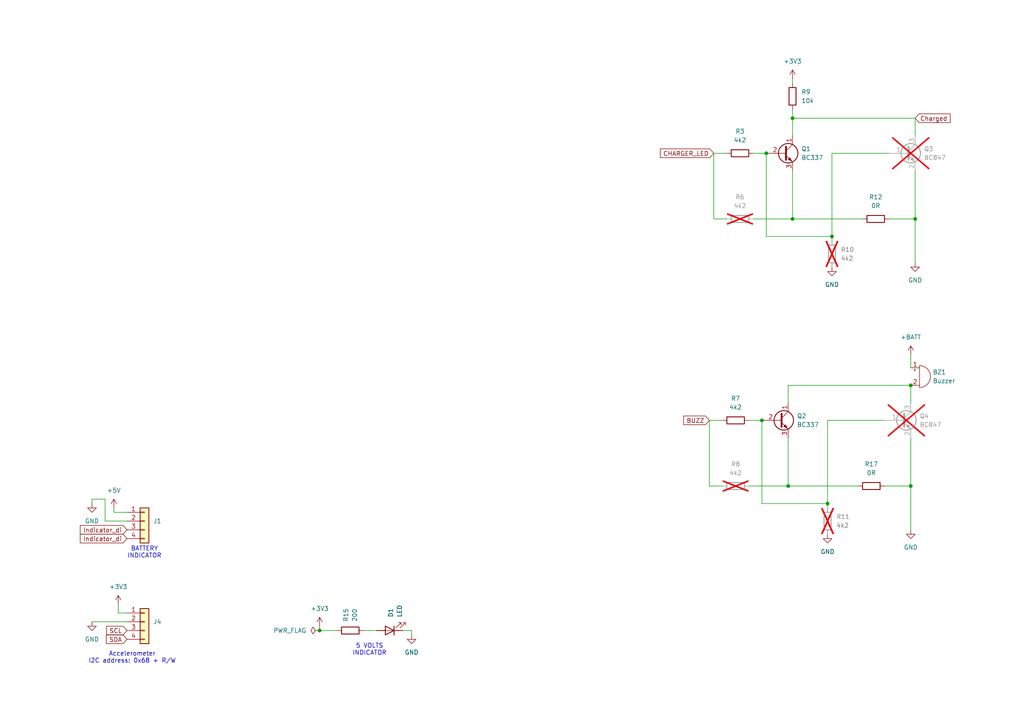
<source format=kicad_sch>
(kicad_sch (version 20241004) (generator "eeschema") (generator_version "8.99")
  (paper "A4")
  (lib_symbols
    (symbol "Connector_Generic:Conn_01x04" (pin_names (offset 1.016) (hide yes))
      (property "Reference" "J" (at 0 5.08 0))
      (property "Value" "Conn_01x04" (at 0 -7.62 0))
      (symbol "Conn_01x04_1_1"
        (rectangle (start -1.27 3.81) (end 1.27 -6.35) (stroke (width 0.254)) (fill (type background)))
        (rectangle (start -1.27 2.667) (end 0 2.413) (stroke (width 0.1524)))
        (rectangle (start -1.27 0.127) (end 0 -0.127) (stroke (width 0.1524)))
        (rectangle (start -1.27 -2.413) (end 0 -2.667) (stroke (width 0.1524)))
        (rectangle (start -1.27 -4.953) (end 0 -5.207) (stroke (width 0.1524)))
        (pin passive line (at -5.08 2.54 0) (length 3.81) (name "Pin_1") (number "1"))
        (pin passive line (at -5.08 0 0) (length 3.81) (name "Pin_2") (number "2"))
        (pin passive line (at -5.08 -2.54 0) (length 3.81) (name "Pin_3") (number "3"))
        (pin passive line (at -5.08 -5.08 0) (length 3.81) (name "Pin_4") (number "4"))
      )
    )
    (symbol "Device:Buzzer" (pin_names (offset 0.0254) (hide yes))
      (property "Reference" "BZ" (at 3.81 1.27 0))
      (property "Value" "Buzzer" (at 3.81 -1.27 0))
      (symbol "Buzzer_0_1"
        (polyline (pts (xy -1.651 1.905) (xy -1.143 1.905)))
        (polyline (pts (xy -1.397 2.159) (xy -1.397 1.651)))
        (arc (start 0 3.175) (mid 3.1612 0) (end 0 -3.175))
        (polyline (pts (xy 0 3.175) (xy 0 -3.175)))
      )
      (symbol "Buzzer_1_1"
        (pin passive line (at -2.54 2.54 0) (length 2.54) (name "-") (number "1"))
        (pin passive line (at -2.54 -2.54 0) (length 2.54) (name "+") (number "2"))
      )
    )
    (symbol "Device:LED" (pin_numbers (hide yes)) (pin_names (offset 1.016) (hide yes))
      (property "Reference" "D" (at 0 2.54 0))
      (property "Value" "LED" (at 0 -2.54 0))
      (symbol "LED_0_1"
        (polyline (pts (xy -3.048 -0.762) (xy -4.572 -2.286) (xy -3.81 -2.286) (xy -4.572 -2.286) (xy -4.572 -1.524)))
        (polyline (pts (xy -1.778 -0.762) (xy -3.302 -2.286) (xy -2.54 -2.286) (xy -3.302 -2.286) (xy -3.302 -1.524)))
        (polyline (pts (xy -1.27 0) (xy 1.27 0)))
        (polyline (pts (xy -1.27 -1.27) (xy -1.27 1.27)) (stroke (width 0.254)))
        (polyline (pts (xy 1.27 -1.27) (xy 1.27 1.27) (xy -1.27 0) (xy 1.27 -1.27)) (stroke (width 0.254)))
      )
      (symbol "LED_1_1"
        (pin passive line (at -3.81 0 0) (length 2.54) (name "K") (number "1"))
        (pin passive line (at 3.81 0 180) (length 2.54) (name "A") (number "2"))
      )
    )
    (symbol "Device:R" (pin_numbers (hide yes)) (pin_names (offset 0))
      (property "Reference" "R" (at 2.032 0 90))
      (property "Value" "R" (at 0 0 90))
      (symbol "R_0_1"
        (rectangle (start -1.016 -2.54) (end 1.016 2.54) (stroke (width 0.254)))
      )
      (symbol "R_1_1"
        (pin passive line (at 0 3.81 270) (length 1.27) (name "~") (number "1"))
        (pin passive line (at 0 -3.81 90) (length 1.27) (name "~") (number "2"))
      )
    )
    (symbol "Transistor_BJT:BC337" (pin_names (offset 0) (hide yes))
      (property "Reference" "Q" (at 5.08 1.905 0))
      (property "Value" "BC337" (at 5.08 0 0))
      (symbol "BC337_0_1"
        (polyline (pts (xy 0 0) (xy 0.635 0)))
        (polyline (pts (xy 0.635 1.905) (xy 0.635 -1.905) (xy 0.635 -1.905)) (stroke (width 0.508)))
        (polyline (pts (xy 0.635 0.635) (xy 2.54 2.54)))
        (polyline (pts (xy 0.635 -0.635) (xy 2.54 -2.54) (xy 2.54 -2.54)))
        (circle (center 1.27 0) (radius 2.8194) (stroke (width 0.254)))
        (polyline (pts (xy 1.27 -1.778) (xy 1.778 -1.27) (xy 2.286 -2.286) (xy 1.27 -1.778) (xy 1.27 -1.778)) (fill (type outline)))
      )
      (symbol "BC337_1_1"
        (pin input line (at -5.08 0 0) (length 5.08) (name "B") (number "2"))
        (pin passive line (at 2.54 5.08 270) (length 2.54) (name "C") (number "1"))
        (pin passive line (at 2.54 -5.08 90) (length 2.54) (name "E") (number "3"))
      )
    )
    (symbol "Transistor_BJT:BC847" (pin_names (offset 0) (hide yes))
      (property "Reference" "Q" (at 5.08 1.905 0))
      (property "Value" "BC847" (at 5.08 0 0))
      (symbol "BC847_0_1"
        (polyline (pts (xy 0.635 1.905) (xy 0.635 -1.905) (xy 0.635 -1.905)) (stroke (width 0.508)))
        (polyline (pts (xy 0.635 0.635) (xy 2.54 2.54)))
        (polyline (pts (xy 0.635 -0.635) (xy 2.54 -2.54) (xy 2.54 -2.54)))
        (circle (center 1.27 0) (radius 2.8194) (stroke (width 0.254)))
        (polyline (pts (xy 1.27 -1.778) (xy 1.778 -1.27) (xy 2.286 -2.286) (xy 1.27 -1.778) (xy 1.27 -1.778)) (fill (type outline)))
      )
      (symbol "BC847_1_1"
        (pin input line (at -5.08 0 0) (length 5.715) (name "B") (number "1"))
        (pin passive line (at 2.54 5.08 270) (length 2.54) (name "C") (number "3"))
        (pin passive line (at 2.54 -5.08 90) (length 2.54) (name "E") (number "2"))
      )
    )
    (symbol "power:+3V3" (power) (pin_names (offset 0))
      (property "Value" "+3V3" (at 0 3.556 0))
      (symbol "+3V3_0_1"
        (polyline (pts (xy -0.762 1.27) (xy 0 2.54)))
        (polyline (pts (xy 0 2.54) (xy 0.762 1.27)))
        (polyline (pts (xy 0 0) (xy 0 2.54)))
      )
      (symbol "+3V3_1_1"
        (pin power_in line (at 0 0 90) (length 0) (hide yes) (name "+3V3") (number "1"))
      )
    )
    (symbol "power:+5V" (power) (pin_names (offset 0))
      (property "Value" "+5V" (at 0 3.556 0))
      (symbol "+5V_0_1"
        (polyline (pts (xy -0.762 1.27) (xy 0 2.54)))
        (polyline (pts (xy 0 2.54) (xy 0.762 1.27)))
        (polyline (pts (xy 0 0) (xy 0 2.54)))
      )
      (symbol "+5V_1_1"
        (pin power_in line (at 0 0 90) (length 0) (hide yes) (name "+5V") (number "1"))
      )
    )
    (symbol "power:+BATT" (power) (pin_names (offset 0))
      (property "Value" "+BATT" (at 0 3.556 0))
      (symbol "+BATT_0_1"
        (polyline (pts (xy -0.762 1.27) (xy 0 2.54)))
        (polyline (pts (xy 0 2.54) (xy 0.762 1.27)))
        (polyline (pts (xy 0 0) (xy 0 2.54)))
      )
      (symbol "+BATT_1_1"
        (pin power_in line (at 0 0 90) (length 0) (hide yes) (name "+BATT") (number "1"))
      )
    )
    (symbol "power:GND" (power) (pin_names (offset 0))
      (property "Value" "GND" (at 0 -3.81 0))
      (symbol "GND_0_1"
        (polyline (pts (xy 0 0) (xy 0 -1.27) (xy 1.27 -1.27) (xy 0 -2.54) (xy -1.27 -1.27) (xy 0 -1.27)))
      )
      (symbol "GND_1_1"
        (pin power_in line (at 0 0 270) (length 0) (hide yes) (name "GND") (number "1"))
      )
    )
    (symbol "power:PWR_FLAG" (power) (pin_numbers (hide yes)) (pin_names (offset 0) (hide yes))
      (property "Value" "PWR_FLAG" (at 0 3.81 0))
      (symbol "PWR_FLAG_0_0"
        (pin power_out line (at 0 0 90) (length 0) (name "pwr") (number "1"))
      )
      (symbol "PWR_FLAG_0_1"
        (polyline (pts (xy 0 0) (xy 0 1.27) (xy -1.016 1.905) (xy 0 2.54) (xy 1.016 1.905) (xy 0 1.27)))
      )
    )
  )
  (text "BATTERY\nINDICATOR\n" (at 41.91 160.274 0) (effects (font (size 1.27 1.27))))
  (text "Accelerometer\nI2C address: 0x68 + R/W" (at 38.354 190.754 0) (effects (font (size 1.27 1.27))))
  (text "5 VOLTS\nINDICATOR\n" (at 107.188 188.468 0) (effects (font (size 1.27 1.27))))
  (junction (at 220.98 121.92))
  (junction (at 264.16 111.76))
  (junction (at 222.25 44.45))
  (junction (at 241.3 68.58))
  (junction (at 229.87 34.29))
  (junction (at 228.6 140.97))
  (junction (at 92.71 182.88))
  (junction (at 265.43 63.5))
  (junction (at 264.16 140.97))
  (junction (at 229.87 63.5))
  (junction (at 240.03 146.05))
  (wire (pts (xy 36.83 177.8) (xy 34.29 177.8)))
  (wire (pts (xy 257.81 63.5) (xy 265.43 63.5)))
  (wire (pts (xy 240.03 121.92) (xy 240.03 146.05)))
  (wire (pts (xy 30.48 151.13) (xy 30.48 144.78)))
  (wire (pts (xy 119.38 182.88) (xy 119.38 184.15)))
  (wire (pts (xy 264.16 140.97) (xy 264.16 153.67)))
  (wire (pts (xy 222.25 68.58) (xy 241.3 68.58)))
  (wire (pts (xy 264.16 111.76) (xy 264.16 116.84)))
  (wire (pts (xy 222.25 44.45) (xy 222.25 68.58)))
  (wire (pts (xy 34.29 177.8) (xy 34.29 175.26)))
  (wire (pts (xy 241.3 44.45) (xy 241.3 68.58)))
  (wire (pts (xy 209.55 140.97) (xy 205.74 140.97)))
  (wire (pts (xy 240.03 121.92) (xy 256.54 121.92)))
  (wire (pts (xy 218.44 63.5) (xy 229.87 63.5)))
  (wire (pts (xy 210.82 44.45) (xy 207.01 44.45)))
  (wire (pts (xy 105.41 182.88) (xy 109.22 182.88)))
  (wire (pts (xy 218.44 44.45) (xy 222.25 44.45)))
  (wire (pts (xy 265.43 63.5) (xy 265.43 76.2)))
  (wire (pts (xy 36.83 148.59) (xy 33.02 148.59)))
  (wire (pts (xy 229.87 63.5) (xy 250.19 63.5)))
  (wire (pts (xy 229.87 22.86) (xy 229.87 24.13)))
  (wire (pts (xy 228.6 111.76) (xy 264.16 111.76)))
  (wire (pts (xy 229.87 31.75) (xy 229.87 34.29)))
  (wire (pts (xy 256.54 140.97) (xy 264.16 140.97)))
  (wire (pts (xy 220.98 121.92) (xy 220.98 146.05)))
  (wire (pts (xy 36.83 151.13) (xy 30.48 151.13)))
  (wire (pts (xy 220.98 146.05) (xy 240.03 146.05)))
  (wire (pts (xy 26.67 144.78) (xy 26.67 146.05)))
  (wire (pts (xy 241.3 44.45) (xy 257.81 44.45)))
  (wire (pts (xy 209.55 121.92) (xy 205.74 121.92)))
  (wire (pts (xy 207.01 63.5) (xy 207.01 44.45)))
  (wire (pts (xy 228.6 127) (xy 228.6 140.97)))
  (wire (pts (xy 240.03 146.05) (xy 240.03 147.32)))
  (wire (pts (xy 264.16 127) (xy 264.16 140.97)))
  (wire (pts (xy 33.02 148.59) (xy 33.02 147.32)))
  (wire (pts (xy 265.43 49.53) (xy 265.43 63.5)))
  (wire (pts (xy 264.16 102.87) (xy 264.16 106.68)))
  (wire (pts (xy 217.17 140.97) (xy 228.6 140.97)))
  (wire (pts (xy 97.79 182.88) (xy 92.71 182.88)))
  (wire (pts (xy 228.6 111.76) (xy 228.6 116.84)))
  (wire (pts (xy 26.67 180.34) (xy 36.83 180.34)))
  (wire (pts (xy 92.71 182.88) (xy 92.71 181.61)))
  (wire (pts (xy 217.17 121.92) (xy 220.98 121.92)))
  (wire (pts (xy 30.48 144.78) (xy 26.67 144.78)))
  (wire (pts (xy 205.74 140.97) (xy 205.74 121.92)))
  (wire (pts (xy 265.43 34.29) (xy 265.43 39.37)))
  (wire (pts (xy 229.87 34.29) (xy 265.43 34.29)))
  (wire (pts (xy 229.87 34.29) (xy 229.87 39.37)))
  (wire (pts (xy 241.3 68.58) (xy 241.3 69.85)))
  (wire (pts (xy 229.87 49.53) (xy 229.87 63.5)))
  (wire (pts (xy 116.84 182.88) (xy 119.38 182.88)))
  (wire (pts (xy 210.82 63.5) (xy 207.01 63.5)))
  (wire (pts (xy 228.6 140.97) (xy 248.92 140.97)))
  (global_label "CHARGER_LED" (shape input) (at 207.01 44.45 180) (property "Intersheetrefs" "${INTERSHEET_REFS}" (effects (hide yes))))
  (global_label "SCL" (shape input) (at 36.83 182.88 180) (property "Intersheetrefs" "${INTERSHEET_REFS}" (effects (hide yes))))
  (global_label "Indicator_di" (shape input) (at 36.83 156.21 180) (property "Intersheetrefs" "${INTERSHEET_REFS}" (effects (hide yes))))
  (global_label "BUZZ" (shape input) (at 205.74 121.92 180) (property "Intersheetrefs" "${INTERSHEET_REFS}" (effects (hide yes))))
  (global_label "SDA" (shape input) (at 36.83 185.42 180) (property "Intersheetrefs" "${INTERSHEET_REFS}" (effects (hide yes))))
  (global_label "Charged" (shape input) (at 265.43 34.29 0) (property "Intersheetrefs" "${INTERSHEET_REFS}" (effects (hide yes))))
  (global_label "Indicator_di" (shape input) (at 36.83 153.67 180) (property "Intersheetrefs" "${INTERSHEET_REFS}" (effects (hide yes))))
  (symbol (lib_id "power:+3V3") (at 229.87 22.86 0) (unit 1)
    (property "Reference" "#PWR011" (effects (hide yes)))
    (property "Value" "+3V3" (at 229.87 17.78 0))
    (property "Description" "Power symbol creates a global label with name \"+3V3\"" (effects (hide yes)))
  )
  (symbol (lib_id "Device:R") (at 240.03 151.13 180) (unit 1) (dnp yes)
    (property "Reference" "R11" (at 242.57 149.8599 0) (effects (justify right)))
    (property "Value" "4k2" (at 242.57 152.3999 0) (effects (justify right)))
    (property "Description" "Resistor" (effects (hide yes)))
  )
  (symbol (lib_id "Device:R") (at 213.36 121.92 90) (unit 1)
    (property "Reference" "R7" (at 213.36 115.57 90))
    (property "Value" "4k2" (at 213.36 118.11 90))
    (property "Description" "Resistor" (effects (hide yes)))
  )
  (symbol (lib_id "power:+3V3") (at 34.29 175.26 0) (unit 1)
    (property "Reference" "#PWR043" (effects (hide yes)))
    (property "Value" "+3V3" (at 34.29 170.18 0))
    (property "Description" "Power symbol creates a global label with name \"+3V3\"" (effects (hide yes)))
  )
  (symbol (lib_id "power:+3V3") (at 92.71 181.61 0) (unit 1)
    (property "Reference" "#PWR018" (effects (hide yes)))
    (property "Value" "+3V3" (at 92.71 176.53 0))
    (property "Description" "Power symbol creates a global label with name \"+3V3\"" (effects (hide yes)))
  )
  (symbol (lib_id "power:+BATT") (at 264.16 102.87 0) (unit 1)
    (property "Reference" "#PWR015" (effects (hide yes)))
    (property "Value" "+BATT" (at 264.16 97.79 0))
    (property "Description" "Power symbol creates a global label with name \"+BATT\"" (effects (hide yes)))
  )
  (symbol (lib_id "Device:R") (at 252.73 140.97 270) (unit 1)
    (property "Reference" "R17" (at 252.73 134.62 90))
    (property "Value" "0R" (at 252.73 137.16 90))
    (property "Description" "Resistor" (effects (hide yes)))
  )
  (symbol (lib_id "power:GND") (at 119.38 184.15 0) (unit 1)
    (property "Reference" "#PWR034" (effects (hide yes)))
    (property "Value" "GND" (at 119.38 189.23 0))
    (property "Description" "Power symbol creates a global label with name \"GND\" , ground" (effects (hide yes)))
  )
  (symbol (lib_id "Device:R") (at 214.63 63.5 90) (unit 1) (dnp yes)
    (property "Reference" "R6" (at 214.63 57.15 90))
    (property "Value" "4k2" (at 214.63 59.69 90))
    (property "Description" "Resistor" (effects (hide yes)))
  )
  (symbol (lib_id "power:PWR_FLAG") (at 92.71 182.88 90) (unit 1)
    (property "Reference" "#FLG05" (effects (hide yes)))
    (property "Value" "PWR_FLAG" (at 88.9 182.8799 90) (effects (justify left)))
    (property "Description" "Special symbol for telling ERC where power comes from" (effects (hide yes)))
  )
  (symbol (lib_id "Transistor_BJT:BC337") (at 227.33 44.45 0) (unit 1)
    (property "Reference" "Q1" (at 232.41 43.1799 0) (effects (justify left)))
    (property "Value" "BC337" (at 232.41 45.7199 0) (effects (justify left)))
    (property "Footprint" "Package_TO_SOT_THT:TO-92_Inline" (effects (hide yes)))
    (property "Datasheet" "https://diotec.com/tl_files/diotec/files/pdf/datasheets/bc337.pdf" (effects (hide yes)))
    (property "Description" "0.8A Ic, 45V Vce, NPN Transistor, TO-92" (effects (hide yes)))
  )
  (symbol (lib_id "Connector_Generic:Conn_01x04") (at 41.91 180.34 0) (unit 1)
    (property "Reference" "J4" (at 44.45 180.3399 0) (effects (justify left)))
    (property "Value" "Conn_01x04" (effects (hide yes)))
    (property "Description" "Generic connector, single row, 01x04, script generated (kicad-library-utils/schlib/autogen/connector/)" (effects (hide yes)))
  )
  (symbol (lib_id "Connector_Generic:Conn_01x04") (at 41.91 151.13 0) (unit 1)
    (property "Reference" "J1" (at 44.45 151.1299 0) (effects (justify left)))
    (property "Value" "Conn_01x04" (effects (hide yes)))
    (property "Description" "Generic connector, single row, 01x04, script generated (kicad-library-utils/schlib/autogen/connector/)" (effects (hide yes)))
  )
  (symbol (lib_id "Device:R") (at 254 63.5 270) (unit 1)
    (property "Reference" "R12" (at 254 57.15 90))
    (property "Value" "0R" (at 254 59.69 90))
    (property "Description" "Resistor" (effects (hide yes)))
  )
  (symbol (lib_id "Transistor_BJT:BC847") (at 261.62 121.92 0) (unit 1) (dnp yes)
    (property "Reference" "Q4" (at 266.7 120.6499 0) (effects (justify left)))
    (property "Value" "BC847" (at 266.7 123.1899 0) (effects (justify left)))
    (property "Footprint" "Package_TO_SOT_SMD:SOT-23" (effects (hide yes)))
    (property "Datasheet" "http://www.infineon.com/dgdl/Infineon-BC847SERIES_BC848SERIES_BC849SERIES_BC850SERIES-DS-v01_01-en.pdf?fileId=db3a304314dca389011541d4630a1657" (effects (hide yes)))
    (property "Description" "0.1A Ic, 45V Vce, NPN Transistor, SOT-23" (effects (hide yes)))
  )
  (symbol (lib_id "Transistor_BJT:BC847") (at 262.89 44.45 0) (unit 1) (dnp yes)
    (property "Reference" "Q3" (at 267.97 43.1799 0) (effects (justify left)))
    (property "Value" "BC847" (at 267.97 45.7199 0) (effects (justify left)))
    (property "Footprint" "Package_TO_SOT_SMD:SOT-23" (effects (hide yes)))
    (property "Datasheet" "http://www.infineon.com/dgdl/Infineon-BC847SERIES_BC848SERIES_BC849SERIES_BC850SERIES-DS-v01_01-en.pdf?fileId=db3a304314dca389011541d4630a1657" (effects (hide yes)))
    (property "Description" "0.1A Ic, 45V Vce, NPN Transistor, SOT-23" (effects (hide yes)))
  )
  (symbol (lib_id "power:GND") (at 265.43 76.2 0) (unit 1)
    (property "Reference" "#PWR014" (effects (hide yes)))
    (property "Value" "GND" (at 265.43 81.28 0))
    (property "Description" "Power symbol creates a global label with name \"GND\" , ground" (effects (hide yes)))
  )
  (symbol (lib_id "Device:R") (at 101.6 182.88 90) (unit 1)
    (property "Reference" "R15" (at 100.3299 180.34 0) (effects (justify left)))
    (property "Value" "200" (at 102.8699 180.34 0) (effects (justify left)))
    (property "Description" "Resistor" (effects (hide yes)))
  )
  (symbol (lib_id "power:GND") (at 241.3 77.47 0) (unit 1)
    (property "Reference" "#PWR012" (effects (hide yes)))
    (property "Value" "GND" (at 241.3 82.55 0))
    (property "Description" "Power symbol creates a global label with name \"GND\" , ground" (effects (hide yes)))
  )
  (symbol (lib_id "power:+5V") (at 33.02 147.32 0) (unit 1)
    (property "Reference" "#PWR040" (effects (hide yes)))
    (property "Value" "+5V" (at 33.02 142.24 0))
    (property "Description" "Power symbol creates a global label with name \"+5V\"" (effects (hide yes)))
  )
  (symbol (lib_id "Device:R") (at 229.87 27.94 0) (unit 1)
    (property "Reference" "R9" (at 232.41 26.6699 0) (effects (justify left)))
    (property "Value" "10k" (at 232.41 29.2099 0) (effects (justify left)))
    (property "Description" "Resistor" (effects (hide yes)))
  )
  (symbol (lib_id "Device:R") (at 213.36 140.97 90) (unit 1) (dnp yes)
    (property "Reference" "R8" (at 213.36 134.62 90))
    (property "Value" "4k2" (at 213.36 137.16 90))
    (property "Description" "Resistor" (effects (hide yes)))
  )
  (symbol (lib_id "Device:LED") (at 113.03 182.88 180) (unit 1)
    (property "Reference" "D1" (at 113.3474 179.07 90) (effects (justify right)))
    (property "Value" "LED" (at 115.8874 179.07 90) (effects (justify right)))
    (property "Description" "Light emitting diode" (effects (hide yes)))
  )
  (symbol (lib_id "Device:R") (at 214.63 44.45 90) (unit 1)
    (property "Reference" "R3" (at 214.63 38.1 90))
    (property "Value" "4k2" (at 214.63 40.64 90))
    (property "Description" "Resistor" (effects (hide yes)))
  )
  (symbol (lib_id "Transistor_BJT:BC337") (at 226.06 121.92 0) (unit 1)
    (property "Reference" "Q2" (at 231.14 120.6499 0) (effects (justify left)))
    (property "Value" "BC337" (at 231.14 123.1899 0) (effects (justify left)))
    (property "Footprint" "Package_TO_SOT_THT:TO-92_Inline" (effects (hide yes)))
    (property "Datasheet" "https://diotec.com/tl_files/diotec/files/pdf/datasheets/bc337.pdf" (effects (hide yes)))
    (property "Description" "0.8A Ic, 45V Vce, NPN Transistor, TO-92" (effects (hide yes)))
  )
  (symbol (lib_id "Device:R") (at 241.3 73.66 180) (unit 1) (dnp yes)
    (property "Reference" "R10" (at 243.84 72.3899 0) (effects (justify right)))
    (property "Value" "4k2" (at 243.84 74.9299 0) (effects (justify right)))
    (property "Description" "Resistor" (effects (hide yes)))
  )
  (symbol (lib_id "power:GND") (at 264.16 153.67 0) (unit 1)
    (property "Reference" "#PWR016" (effects (hide yes)))
    (property "Value" "GND" (at 264.16 158.75 0))
    (property "Description" "Power symbol creates a global label with name \"GND\" , ground" (effects (hide yes)))
  )
  (symbol (lib_id "power:GND") (at 240.03 154.94 0) (unit 1)
    (property "Reference" "#PWR013" (effects (hide yes)))
    (property "Value" "GND" (at 240.03 160.02 0))
    (property "Description" "Power symbol creates a global label with name \"GND\" , ground" (effects (hide yes)))
  )
  (symbol (lib_id "power:GND") (at 26.67 146.05 0) (unit 1)
    (property "Reference" "#PWR03" (effects (hide yes)))
    (property "Value" "GND" (at 26.67 151.13 0))
    (property "Description" "Power symbol creates a global label with name \"GND\" , ground" (effects (hide yes)))
  )
  (symbol (lib_id "Device:Buzzer") (at 266.7 109.22 0) (unit 1)
    (property "Reference" "BZ1" (at 270.51 107.9499 0) (effects (justify left)))
    (property "Value" "Buzzer" (at 270.51 110.4899 0) (effects (justify left)))
    (property "Description" "Buzzer, polarized" (effects (hide yes)))
  )
  (symbol (lib_id "power:GND") (at 26.67 180.34 0) (unit 1)
    (property "Reference" "#PWR08" (effects (hide yes)))
    (property "Value" "GND" (at 26.67 185.42 0))
    (property "Description" "Power symbol creates a global label with name \"GND\" , ground" (effects (hide yes)))
  )
)
</source>
